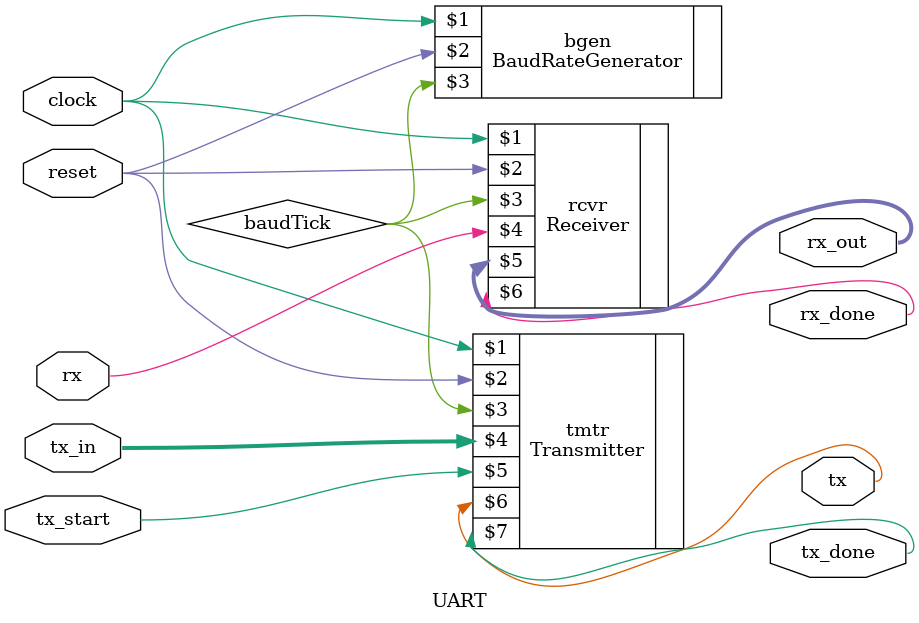
<source format=v>
`timescale 1ns / 1ps

module UART(
input clock,
input reset,
input rx,
input [7:0] tx_in,
input tx_start,
output tx,
output [7:0] rx_out,
output rx_done,
output tx_done
    );
 
 wire baudTick;
 
 BaudRateGenerator bgen(clock,reset,baudTick);
 Receiver rcvr(clock,reset,baudTick,rx,rx_out,rx_done);
 Transmitter tmtr(clock,reset,baudTick,tx_in,tx_start,tx,tx_done);   
 
endmodule

</source>
